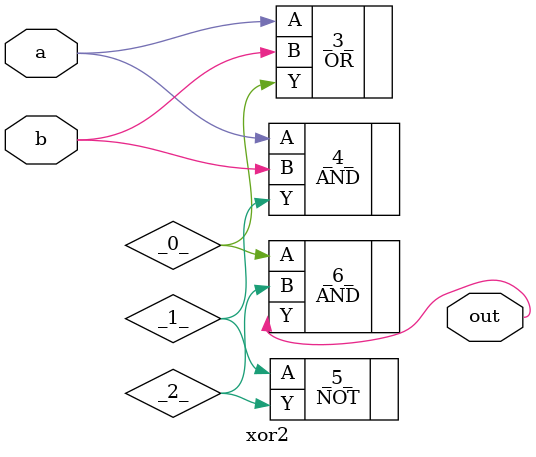
<source format=v>
/* Generated by Yosys 0.41+83 (git sha1 7045cf509, x86_64-w64-mingw32-g++ 13.2.1 -Os) */

/* cells_not_processed =  1  */
/* src = "xor2.v:2.1-10.10" */
module xor2(a, b, out);
  wire _0_;
  wire _1_;
  wire _2_;
  /* src = "xor2.v:3.9-3.10" */
  input a;
  wire a;
  /* src = "xor2.v:4.9-4.10" */
  input b;
  wire b;
  /* src = "xor2.v:5.10-5.13" */
  output out;
  wire out;
  OR _3_ (
    .A(a),
    .B(b),
    .Y(_0_)
  );
  AND _4_ (
    .A(a),
    .B(b),
    .Y(_1_)
  );
  NOT _5_ (
    .A(_1_),
    .Y(_2_)
  );
  AND _6_ (
    .A(_0_),
    .B(_2_),
    .Y(out)
  );
endmodule

</source>
